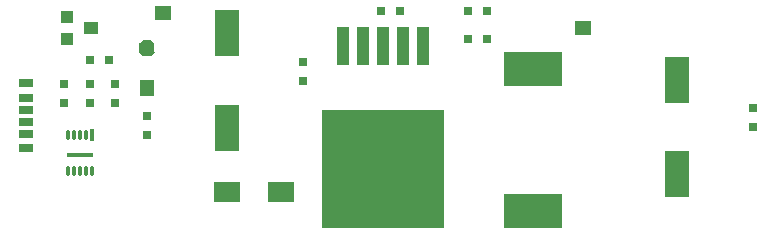
<source format=gtp>
G04*
G04 #@! TF.GenerationSoftware,Altium Limited,Altium Designer,22.1.2 (22)*
G04*
G04 Layer_Color=15238730*
%FSLAX25Y25*%
%MOIN*%
G70*
G04*
G04 #@! TF.SameCoordinates,174BC2DA-B873-4BC2-8B21-C8E9C5FF9B9E*
G04*
G04*
G04 #@! TF.FilePolarity,Positive*
G04*
G01*
G75*
%ADD15R,0.05500X0.05000*%
%ADD16R,0.41142X0.39370*%
%ADD17R,0.04134X0.12598*%
%ADD18R,0.07874X0.15748*%
%ADD19R,0.03000X0.02500*%
%ADD20R,0.08661X0.01575*%
%ADD21O,0.01181X0.03937*%
%ADD22R,0.01181X0.03937*%
%ADD23R,0.04724X0.03150*%
%ADD24R,0.04724X0.02992*%
%ADD25R,0.04724X0.02756*%
G04:AMPARAMS|DCode=26|XSize=55mil|YSize=50mil|CornerRadius=0mil|HoleSize=0mil|Usage=FLASHONLY|Rotation=90.000|XOffset=0mil|YOffset=0mil|HoleType=Round|Shape=Octagon|*
%AMOCTAGOND26*
4,1,8,0.01250,0.02750,-0.01250,0.02750,-0.02500,0.01500,-0.02500,-0.01500,-0.01250,-0.02750,0.01250,-0.02750,0.02500,-0.01500,0.02500,0.01500,0.01250,0.02750,0.0*
%
%ADD26OCTAGOND26*%

%ADD27R,0.05000X0.05500*%
%ADD28R,0.05000X0.04000*%
%ADD29R,0.04000X0.04000*%
%ADD30R,0.02500X0.03000*%
%ADD31R,0.19685X0.11811*%
%ADD32R,0.08661X0.06890*%
D15*
X207520Y68560D02*
D03*
X67600Y73680D02*
D03*
D16*
X140893Y21600D02*
D03*
D17*
X127507Y62600D02*
D03*
X134200D02*
D03*
X140893Y62600D02*
D03*
X147586D02*
D03*
X154279D02*
D03*
D18*
X88800Y35500D02*
D03*
Y66996D02*
D03*
X238800Y51496D02*
D03*
Y20000D02*
D03*
D19*
X62300Y33000D02*
D03*
Y39400D02*
D03*
X43250Y50200D02*
D03*
Y43800D02*
D03*
X51700Y50200D02*
D03*
Y43800D02*
D03*
X34500D02*
D03*
Y50200D02*
D03*
X114300Y50900D02*
D03*
Y57300D02*
D03*
X264400Y35800D02*
D03*
Y42200D02*
D03*
D20*
X40000Y26400D02*
D03*
D21*
Y32906D02*
D03*
Y21094D02*
D03*
X41969Y32906D02*
D03*
X38032D02*
D03*
X36063Y32906D02*
D03*
Y21094D02*
D03*
X38032Y21094D02*
D03*
X41969D02*
D03*
X43937Y21094D02*
D03*
D22*
Y32906D02*
D03*
D23*
X21789Y28593D02*
D03*
Y50247D02*
D03*
D24*
Y33436D02*
D03*
Y45404D02*
D03*
D25*
Y37452D02*
D03*
Y41389D02*
D03*
D26*
X62400Y62100D02*
D03*
D27*
Y48600D02*
D03*
D28*
X43500Y68800D02*
D03*
D29*
X35500Y72500D02*
D03*
Y65000D02*
D03*
D30*
X43200Y58100D02*
D03*
X49600D02*
D03*
X175500Y74300D02*
D03*
X169100D02*
D03*
Y65100D02*
D03*
X175500D02*
D03*
X146700Y74300D02*
D03*
X140300D02*
D03*
D31*
X190900Y55122D02*
D03*
Y7878D02*
D03*
D32*
X88845Y13900D02*
D03*
X106955D02*
D03*
M02*

</source>
